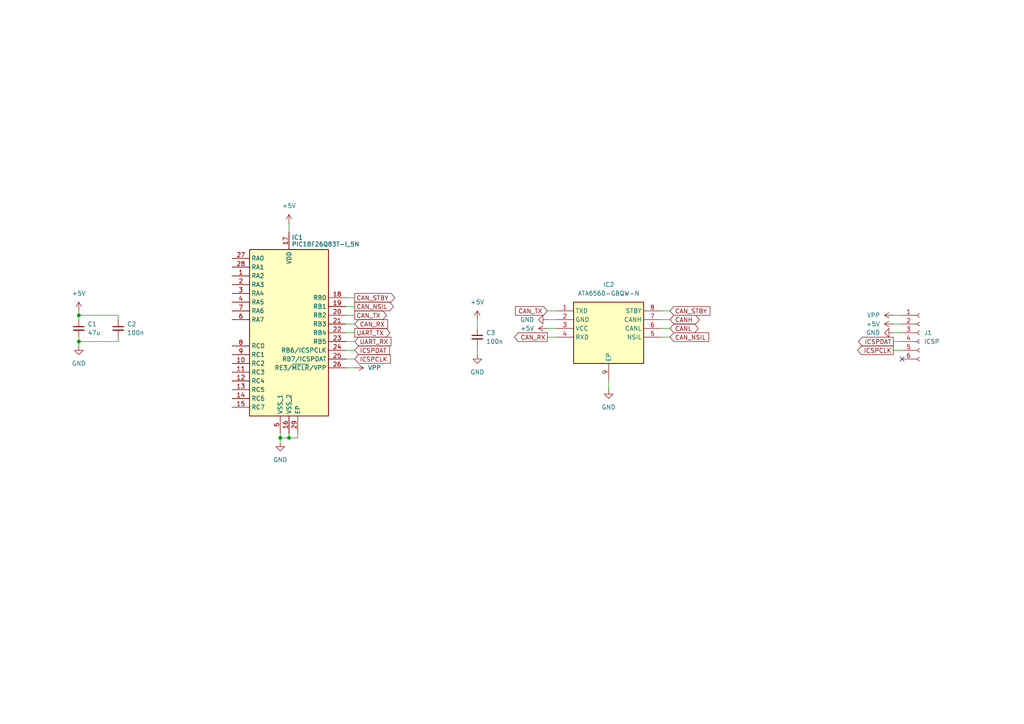
<source format=kicad_sch>
(kicad_sch (version 20250114) (generator "eeschema") (generator_version "9.0")
  (paper "A4")
  (lib_symbols
    (symbol "ATA6560-GBQW-N:ATA6560-GBQW-N"
      (property "Reference" "IC" (at 26.67 7.62 0))
      (property "Value" "ATA6560-GBQW-N" (at 26.67 5.08 0))
      (symbol "ATA6560-GBQW-N_1_1"
        (rectangle (start 5.08 2.54) (end 25.4 -15.24) (stroke (width 0.254)) (fill (type background)))
        (pin passive line (at 0 0 0) (length 5.08) (name "TXD") (number "1"))
        (pin passive line (at 0 -2.54 0) (length 5.08) (name "GND") (number "2"))
        (pin passive line (at 0 -5.08 0) (length 5.08) (name "VCC") (number "3"))
        (pin passive line (at 0 -7.62 0) (length 5.08) (name "RXD") (number "4"))
        (pin passive line (at 15.24 -20.32 90) (length 5.08) (name "EP") (number "9"))
        (pin passive line (at 30.48 0 180) (length 5.08) (name "STBY") (number "8"))
        (pin passive line (at 30.48 -2.54 180) (length 5.08) (name "CANH") (number "7"))
        (pin passive line (at 30.48 -5.08 180) (length 5.08) (name "CANL") (number "6"))
        (pin passive line (at 30.48 -7.62 180) (length 5.08) (name "NSIL") (number "5"))
      )
    )
    (symbol "Connector:Conn_01x06_Socket" (pin_names (offset 1.016) (hide yes))
      (property "Reference" "J" (at 0 7.62 0))
      (property "Value" "Conn_01x06_Socket" (at 0 -10.16 0))
      (symbol "Conn_01x06_Socket_1_1"
        (polyline (pts (xy -1.27 5.08) (xy -0.508 5.08)) (stroke (width 0.1524)))
        (polyline (pts (xy -1.27 2.54) (xy -0.508 2.54)) (stroke (width 0.1524)))
        (polyline (pts (xy -1.27 0) (xy -0.508 0)) (stroke (width 0.1524)))
        (polyline (pts (xy -1.27 -2.54) (xy -0.508 -2.54)) (stroke (width 0.1524)))
        (polyline (pts (xy -1.27 -5.08) (xy -0.508 -5.08)) (stroke (width 0.1524)))
        (polyline (pts (xy -1.27 -7.62) (xy -0.508 -7.62)) (stroke (width 0.1524)))
        (arc (start 0 4.572) (mid -0.5058 5.08) (end 0 5.588) (stroke (width 0.1524)))
        (arc (start 0 2.032) (mid -0.5058 2.54) (end 0 3.048) (stroke (width 0.1524)))
        (arc (start 0 -0.508) (mid -0.5058 0) (end 0 0.508) (stroke (width 0.1524)))
        (arc (start 0 -3.048) (mid -0.5058 -2.54) (end 0 -2.032) (stroke (width 0.1524)))
        (arc (start 0 -5.588) (mid -0.5058 -5.08) (end 0 -4.572) (stroke (width 0.1524)))
        (arc (start 0 -8.128) (mid -0.5058 -7.62) (end 0 -7.112) (stroke (width 0.1524)))
        (pin passive line (at -5.08 5.08 0) (length 3.81) (name "Pin_1") (number "1"))
        (pin passive line (at -5.08 2.54 0) (length 3.81) (name "Pin_2") (number "2"))
        (pin passive line (at -5.08 0 0) (length 3.81) (name "Pin_3") (number "3"))
        (pin passive line (at -5.08 -2.54 0) (length 3.81) (name "Pin_4") (number "4"))
        (pin passive line (at -5.08 -5.08 0) (length 3.81) (name "Pin_5") (number "5"))
        (pin passive line (at -5.08 -7.62 0) (length 3.81) (name "Pin_6") (number "6"))
      )
    )
    (symbol "Device:C_Small" (pin_numbers (hide yes)) (pin_names (offset 0.254) (hide yes))
      (property "Reference" "C" (at 0.254 1.778 0))
      (property "Value" "C_Small" (at 0.254 -2.032 0))
      (symbol "C_Small_0_1"
        (polyline (pts (xy -1.524 0.508) (xy 1.524 0.508)) (stroke (width 0.3048)))
        (polyline (pts (xy -1.524 -0.508) (xy 1.524 -0.508)) (stroke (width 0.3302)))
      )
      (symbol "C_Small_1_1"
        (pin passive line (at 0 2.54 270) (length 2.032) (name "~") (number "1"))
        (pin passive line (at 0 -2.54 90) (length 2.032) (name "~") (number "2"))
      )
    )
    (symbol "PIC18F26Q83T-I5N:PIC18F26Q83T-I_5N"
      (property "Reference" "IC" (at 29.21 27.94 0))
      (property "Value" "PIC18F26Q83T-I_5N" (at 29.21 25.4 0))
      (symbol "PIC18F26Q83T-I_5N_1_1"
        (rectangle (start 5.08 22.86) (end 27.94 -25.4) (stroke (width 0.254)) (fill (type background)))
        (pin passive line (at 0 20.32 0) (length 5.08) (name "RA0") (number "27"))
        (pin passive line (at 0 17.78 0) (length 5.08) (name "RA1") (number "28"))
        (pin passive line (at 0 15.24 0) (length 5.08) (name "RA2") (number "1"))
        (pin passive line (at 0 12.7 0) (length 5.08) (name "RA3") (number "2"))
        (pin passive line (at 0 10.16 0) (length 5.08) (name "RA4") (number "3"))
        (pin passive line (at 0 7.62 0) (length 5.08) (name "RA5") (number "4"))
        (pin passive line (at 0 5.08 0) (length 5.08) (name "RA6") (number "7"))
        (pin passive line (at 0 2.54 0) (length 5.08) (name "RA7") (number "6"))
        (pin passive line (at 0 -5.08 0) (length 5.08) (name "RC0") (number "8"))
        (pin passive line (at 0 -7.62 0) (length 5.08) (name "RC1") (number "9"))
        (pin passive line (at 0 -10.16 0) (length 5.08) (name "RC2") (number "10"))
        (pin passive line (at 0 -12.7 0) (length 5.08) (name "RC3") (number "11"))
        (pin passive line (at 0 -15.24 0) (length 5.08) (name "RC4") (number "12"))
        (pin passive line (at 0 -17.78 0) (length 5.08) (name "RC5") (number "13"))
        (pin passive line (at 0 -20.32 0) (length 5.08) (name "RC6") (number "14"))
        (pin passive line (at 0 -22.86 0) (length 5.08) (name "RC7") (number "15"))
        (pin passive line (at 13.97 -30.48 90) (length 5.08) (name "VSS_1") (number "5"))
        (pin passive line (at 16.51 27.94 270) (length 5.08) (name "VDD") (number "17"))
        (pin passive line (at 16.51 -30.48 90) (length 5.08) (name "VSS_2") (number "16"))
        (pin passive line (at 19.05 -30.48 90) (length 5.08) (name "EP") (number "29"))
        (pin passive line (at 33.02 8.89 180) (length 5.08) (name "RB0") (number "18"))
        (pin passive line (at 33.02 6.35 180) (length 5.08) (name "RB1") (number "19"))
        (pin passive line (at 33.02 3.81 180) (length 5.08) (name "RB2") (number "20"))
        (pin passive line (at 33.02 1.27 180) (length 5.08) (name "RB3") (number "21"))
        (pin passive line (at 33.02 -1.27 180) (length 5.08) (name "RB4") (number "22"))
        (pin passive line (at 33.02 -3.81 180) (length 5.08) (name "RB5") (number "23"))
        (pin passive line (at 33.02 -6.35 180) (length 5.08) (name "RB6/ICSPCLK") (number "24"))
        (pin passive line (at 33.02 -8.89 180) (length 5.08) (name "RB7/ICSPDAT") (number "25"))
        (pin passive line (at 33.02 -11.43 180) (length 5.08) (name "RE3/~{MCLR}/VPP") (number "26"))
      )
    )
    (symbol "power:+5V" (power) (pin_numbers (hide yes)) (pin_names (offset 0) (hide yes))
      (property "Value" "+5V" (at 0 3.556 0))
      (symbol "+5V_0_1"
        (polyline (pts (xy -0.762 1.27) (xy 0 2.54)))
        (polyline (pts (xy 0 2.54) (xy 0.762 1.27)))
        (polyline (pts (xy 0 0) (xy 0 2.54)))
      )
      (symbol "+5V_1_1"
        (pin power_in line (at 0 0 90) (length 0) (name "~") (number "1"))
      )
    )
    (symbol "power:GND" (power) (pin_numbers (hide yes)) (pin_names (offset 0) (hide yes))
      (property "Value" "GND" (at 0 -3.81 0))
      (symbol "GND_0_1"
        (polyline (pts (xy 0 0) (xy 0 -1.27) (xy 1.27 -1.27) (xy 0 -2.54) (xy -1.27 -1.27) (xy 0 -1.27)))
      )
      (symbol "GND_1_1"
        (pin power_in line (at 0 0 270) (length 0) (name "~") (number "1"))
      )
    )
    (symbol "power:VPP" (power) (pin_numbers (hide yes)) (pin_names (offset 0) (hide yes))
      (property "Value" "VPP" (at 0 3.556 0))
      (symbol "VPP_0_1"
        (polyline (pts (xy -0.762 1.27) (xy 0 2.54)))
        (polyline (pts (xy 0 2.54) (xy 0.762 1.27)))
        (polyline (pts (xy 0 0) (xy 0 2.54)))
      )
      (symbol "VPP_1_1"
        (pin power_in line (at 0 0 90) (length 0) (name "~") (number "1"))
      )
    )
  )
  (junction (at 22.86 91.44))
  (junction (at 22.86 99.06))
  (junction (at 83.82 127))
  (junction (at 81.28 127))
  (no_connect (at 261.62 104.14))
  (wire (pts (xy 34.29 97.79) (xy 34.29 99.06)))
  (wire (pts (xy 138.43 100.33) (xy 138.43 102.87)))
  (wire (pts (xy 191.77 92.71) (xy 194.31 92.71)))
  (wire (pts (xy 86.36 127) (xy 83.82 127)))
  (wire (pts (xy 259.08 91.44) (xy 261.62 91.44)))
  (wire (pts (xy 83.82 125.73) (xy 83.82 127)))
  (wire (pts (xy 158.75 92.71) (xy 161.29 92.71)))
  (wire (pts (xy 191.77 90.17) (xy 194.31 90.17)))
  (wire (pts (xy 259.08 96.52) (xy 261.62 96.52)))
  (wire (pts (xy 100.33 91.44) (xy 102.87 91.44)))
  (wire (pts (xy 22.86 99.06) (xy 22.86 100.33)))
  (wire (pts (xy 22.86 91.44) (xy 34.29 91.44)))
  (wire (pts (xy 100.33 106.68) (xy 102.87 106.68)))
  (wire (pts (xy 22.86 99.06) (xy 34.29 99.06)))
  (wire (pts (xy 81.28 127) (xy 81.28 128.27)))
  (wire (pts (xy 102.87 96.52) (xy 100.33 96.52)))
  (wire (pts (xy 100.33 93.98) (xy 102.87 93.98)))
  (wire (pts (xy 81.28 125.73) (xy 81.28 127)))
  (wire (pts (xy 138.43 92.71) (xy 138.43 95.25)))
  (wire (pts (xy 86.36 125.73) (xy 86.36 127)))
  (wire (pts (xy 100.33 99.06) (xy 102.87 99.06)))
  (wire (pts (xy 22.86 90.17) (xy 22.86 91.44)))
  (wire (pts (xy 259.08 99.06) (xy 261.62 99.06)))
  (wire (pts (xy 100.33 88.9) (xy 102.87 88.9)))
  (wire (pts (xy 158.75 90.17) (xy 161.29 90.17)))
  (wire (pts (xy 259.08 101.6) (xy 261.62 101.6)))
  (wire (pts (xy 22.86 91.44) (xy 22.86 92.71)))
  (wire (pts (xy 83.82 64.77) (xy 83.82 67.31)))
  (wire (pts (xy 158.75 97.79) (xy 161.29 97.79)))
  (wire (pts (xy 83.82 127) (xy 81.28 127)))
  (wire (pts (xy 100.33 104.14) (xy 102.87 104.14)))
  (wire (pts (xy 100.33 86.36) (xy 102.87 86.36)))
  (wire (pts (xy 100.33 101.6) (xy 102.87 101.6)))
  (wire (pts (xy 34.29 92.71) (xy 34.29 91.44)))
  (wire (pts (xy 22.86 97.79) (xy 22.86 99.06)))
  (wire (pts (xy 191.77 97.79) (xy 194.31 97.79)))
  (wire (pts (xy 259.08 93.98) (xy 261.62 93.98)))
  (wire (pts (xy 191.77 95.25) (xy 194.31 95.25)))
  (wire (pts (xy 176.53 110.49) (xy 176.53 113.03)))
  (wire (pts (xy 158.75 95.25) (xy 161.29 95.25)))
  (global_label "CAN_STBY" (shape output) (at 102.87 86.36 0) (property "Intersheetrefs" "${INTERSHEET_REFS}" (effects (hide yes))))
  (global_label "CAN_STBY" (shape input) (at 194.31 90.17 0) (property "Intersheetrefs" "${INTERSHEET_REFS}" (effects (hide yes))))
  (global_label "ICSPCLK" (shape output) (at 259.08 101.6 180) (property "Intersheetrefs" "${INTERSHEET_REFS}" (effects (hide yes))))
  (global_label "ICSPCLK" (shape input) (at 102.87 104.14 0) (property "Intersheetrefs" "${INTERSHEET_REFS}" (effects (hide yes))))
  (global_label "CAN_NSIL" (shape output) (at 102.87 88.9 0) (property "Intersheetrefs" "${INTERSHEET_REFS}" (effects (hide yes))))
  (global_label "CANH" (shape bidirectional) (at 194.31 92.71 0) (property "Intersheetrefs" "${INTERSHEET_REFS}" (effects (hide yes))))
  (global_label "CANL" (shape bidirectional) (at 194.31 95.25 0) (property "Intersheetrefs" "${INTERSHEET_REFS}" (effects (hide yes))))
  (global_label "ICSPDAT" (shape input) (at 102.87 101.6 0) (property "Intersheetrefs" "${INTERSHEET_REFS}" (effects (hide yes))))
  (global_label "CAN_RX" (shape output) (at 158.75 97.79 180) (property "Intersheetrefs" "${INTERSHEET_REFS}" (effects (hide yes))))
  (global_label "CAN_TX" (shape output) (at 102.87 91.44 0) (property "Intersheetrefs" "${INTERSHEET_REFS}" (effects (hide yes))))
  (global_label "ICSPDAT" (shape output) (at 259.08 99.06 180) (property "Intersheetrefs" "${INTERSHEET_REFS}" (effects (hide yes))))
  (global_label "CAN_RX" (shape input) (at 102.87 93.98 0) (property "Intersheetrefs" "${INTERSHEET_REFS}" (effects (hide yes))))
  (global_label "CAN_TX" (shape input) (at 158.75 90.17 180) (property "Intersheetrefs" "${INTERSHEET_REFS}" (effects (hide yes))))
  (global_label "CAN_NSIL" (shape input) (at 194.31 97.79 0) (property "Intersheetrefs" "${INTERSHEET_REFS}" (effects (hide yes))))
  (global_label "UART_TX" (shape output) (at 102.87 96.52 0) (property "Intersheetrefs" "${INTERSHEET_REFS}" (effects (hide yes))))
  (global_label "UART_RX" (shape input) (at 102.87 99.06 0) (property "Intersheetrefs" "${INTERSHEET_REFS}" (effects (hide yes))))
  (symbol (lib_id "Connector:Conn_01x06_Socket") (at 266.7 96.52 0) (unit 1)
    (property "Reference" "J1" (at 267.97 96.5199 0) (effects (justify left)))
    (property "Value" "ICSP" (at 267.97 99.0599 0) (effects (justify left)))
    (property "Description" "Generic connector, single row, 01x06, script generated" (effects (hide yes)))
  )
  (symbol (lib_id "power:GND") (at 259.08 96.52 270) (unit 1)
    (property "Reference" "#PWR02" (effects (hide yes)))
    (property "Value" "GND" (at 255.27 96.5199 90) (effects (justify right)))
    (property "Description" "Power symbol creates a global label with name \"GND\" , ground" (effects (hide yes)))
  )
  (symbol (lib_id "power:GND") (at 81.28 128.27 0) (unit 1)
    (property "Reference" "#PWR06" (effects (hide yes)))
    (property "Value" "GND" (at 81.28 133.35 0))
    (property "Description" "Power symbol creates a global label with name \"GND\" , ground" (effects (hide yes)))
  )
  (symbol (lib_id "power:+5V") (at 259.08 93.98 90) (unit 1)
    (property "Reference" "#PWR03" (effects (hide yes)))
    (property "Value" "+5V" (at 255.27 93.9799 90) (effects (justify left)))
    (property "Description" "Power symbol creates a global label with name \"+5V\"" (effects (hide yes)))
  )
  (symbol (lib_id "power:GND") (at 158.75 92.71 270) (unit 1)
    (property "Reference" "#PWR09" (effects (hide yes)))
    (property "Value" "GND" (at 154.94 92.7099 90) (effects (justify right)))
    (property "Description" "Power symbol creates a global label with name \"GND\" , ground" (effects (hide yes)))
  )
  (symbol (lib_id "power:+5V") (at 138.43 92.71 0) (unit 1)
    (property "Reference" "#PWR011" (effects (hide yes)))
    (property "Value" "+5V" (at 138.43 87.63 0))
    (property "Description" "Power symbol creates a global label with name \"+5V\"" (effects (hide yes)))
  )
  (symbol (lib_id "Device:C_Small") (at 34.29 95.25 0) (unit 1)
    (property "Reference" "C2" (at 36.83 93.9862 0) (effects (justify left)))
    (property "Value" "100n" (at 36.83 96.5262 0) (effects (justify left)))
    (property "Description" "Unpolarized capacitor, small symbol" (effects (hide yes)))
  )
  (symbol (lib_id "power:GND") (at 22.86 100.33 0) (unit 1)
    (property "Reference" "#PWR08" (effects (hide yes)))
    (property "Value" "GND" (at 22.86 105.41 0))
    (property "Description" "Power symbol creates a global label with name \"GND\" , ground" (effects (hide yes)))
  )
  (symbol (lib_id "power:GND") (at 176.53 113.03 0) (unit 1)
    (property "Reference" "#PWR013" (effects (hide yes)))
    (property "Value" "GND" (at 176.53 118.11 0))
    (property "Description" "Power symbol creates a global label with name \"GND\" , ground" (effects (hide yes)))
  )
  (symbol (lib_id "PIC18F26Q83T-I5N:PIC18F26Q83T-I_5N") (at 67.31 95.25 0) (unit 1)
    (property "Reference" "IC1" (at 84.582 69.596 0) (effects (justify left bottom)))
    (property "Value" "PIC18F26Q83T-I_5N" (at 84.582 70.104 0) (effects (justify left top)))
    (property "Footprint" "QFN65P600X600X100-29N-D" (effects (hide yes)))
    (property "Datasheet" "https://www.digikey.lv/en/products/detail/microchip-technology/PIC18F26Q83T-I-5N/21802974" (effects (hide yes)))
    (property "Description" "8-bit Microcontrollers - MCU CAN, 64KB Flash, 8KB RAM, 12b ADC3, UTMR, DAC, Comp, PWM, CCP, CWG, HLT, WWDT," (effects (hide yes)))
    (property "Height" "1" (effects (hide yes)))
    (property "Manufacturer_Name" "Microchip" (effects (hide yes)))
    (property "Manufacturer_Part_Number" "PIC18F26Q83T-I/5N" (effects (hide yes)))
    (property "Mouser Part Number" "579-PIC18F26Q83TI5N" (effects (hide yes)))
    (property "Mouser Price/Stock" "https://www.mouser.co.uk/ProductDetail/Microchip-Technology/PIC18F26Q83T-I-5N?qs=W%2FMpXkg%252BdQ6TKTuAXextTA%3D%3D" (effects (hide yes)))
  )
  (symbol (lib_id "power:+5V") (at 158.75 95.25 90) (unit 1)
    (property "Reference" "#PWR010" (effects (hide yes)))
    (property "Value" "+5V" (at 154.94 95.2499 90) (effects (justify left)))
    (property "Description" "Power symbol creates a global label with name \"+5V\"" (effects (hide yes)))
  )
  (symbol (lib_id "power:VPP") (at 259.08 91.44 90) (unit 1)
    (property "Reference" "#PWR01" (effects (hide yes)))
    (property "Value" "VPP" (at 255.27 91.4399 90) (effects (justify left)))
    (property "Description" "Power symbol creates a global label with name \"VPP\"" (effects (hide yes)))
  )
  (symbol (lib_id "Device:C_Small") (at 138.43 97.79 0) (unit 1)
    (property "Reference" "C3" (at 140.97 96.5262 0) (effects (justify left)))
    (property "Value" "100n" (at 140.97 99.0662 0) (effects (justify left)))
    (property "Description" "Unpolarized capacitor, small symbol" (effects (hide yes)))
  )
  (symbol (lib_id "Device:C_Small") (at 22.86 95.25 0) (unit 1)
    (property "Reference" "C1" (at 25.4 93.9862 0) (effects (justify left)))
    (property "Value" "47u" (at 25.4 96.5262 0) (effects (justify left)))
    (property "Description" "Unpolarized capacitor, small symbol" (effects (hide yes)))
  )
  (symbol (lib_id "power:+5V") (at 22.86 90.17 0) (unit 1)
    (property "Reference" "#PWR07" (effects (hide yes)))
    (property "Value" "+5V" (at 22.86 85.09 0))
    (property "Description" "Power symbol creates a global label with name \"+5V\"" (effects (hide yes)))
  )
  (symbol (lib_id "ATA6560-GBQW-N:ATA6560-GBQW-N") (at 161.29 90.17 0) (unit 1)
    (property "Reference" "IC2" (at 176.53 82.55 0))
    (property "Value" "ATA6560-GBQW-N" (at 176.53 85.09 0))
    (property "Footprint" "SON65P300X300X90-9N-D" (effects (hide yes)))
    (property "Datasheet" "https://componentsearchengine.com/Datasheets/1/ATA6560-GBQW-N.pdf" (effects (hide yes)))
    (property "Description" "CAN Interface IC" (effects (hide yes)))
    (property "Height" "0.9" (effects (hide yes)))
    (property "Manufacturer_Name" "Microchip" (effects (hide yes)))
    (property "Manufacturer_Part_Number" "ATA6560-GBQW-N" (effects (hide yes)))
    (property "Mouser Part Number" "579-ATA6560-GBQW-N" (effects (hide yes)))
    (property "Mouser Price/Stock" "https://www.mouser.co.uk/ProductDetail/Microchip-Technology/ATA6560-GBQW-N?qs=y6ZabgHbY%252ByG0cu5Pg1cSQ%3D%3D" (effects (hide yes)))
    (property "Arrow Part Number" "ATA6560-GBQW-N" (effects (hide yes)))
    (property "Arrow Price/Stock" "https://www.arrow.com/en/products/ata6560-gbqw-n/microchip-technology?utm_currency=USD&region=nac" (effects (hide yes)))
  )
  (symbol (lib_id "power:+5V") (at 83.82 64.77 0) (unit 1)
    (property "Reference" "#PWR05" (effects (hide yes)))
    (property "Value" "+5V" (at 83.82 59.69 0))
    (property "Description" "Power symbol creates a global label with name \"+5V\"" (effects (hide yes)))
  )
  (symbol (lib_id "power:GND") (at 138.43 102.87 0) (unit 1)
    (property "Reference" "#PWR012" (effects (hide yes)))
    (property "Value" "GND" (at 138.43 107.95 0))
    (property "Description" "Power symbol creates a global label with name \"GND\" , ground" (effects (hide yes)))
  )
  (symbol (lib_id "power:VPP") (at 102.87 106.68 270) (unit 1)
    (property "Reference" "#PWR04" (effects (hide yes)))
    (property "Value" "VPP" (at 106.68 106.6799 90) (effects (justify left)))
    (property "Description" "Power symbol creates a global label with name \"VPP\"" (effects (hide yes)))
  )
)
</source>
